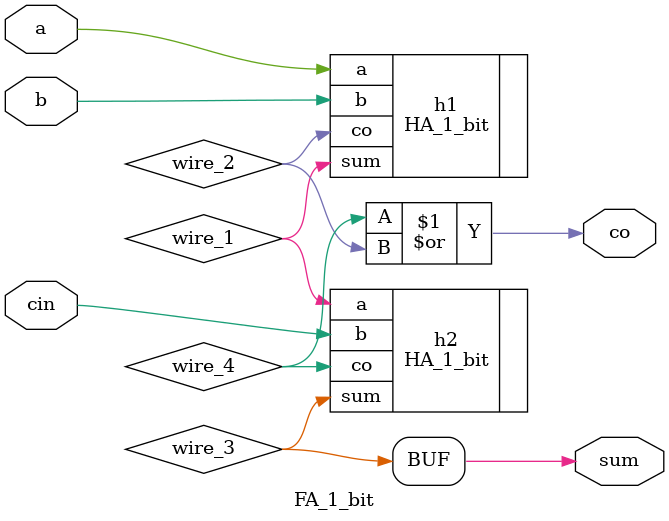
<source format=v>
module FA_1_bit(
    input a,
    input b,
    input cin,
    output sum,
    output co
);

wire wire_1, wire_2, wire_3, wire_4;

HA_1_bit h1(
        .a(a),
        .b(b),
        .sum(wire_1),
        .co(wire_2)
);

HA_1_bit h2(
        .a(wire_1),
        .b(cin),
        .sum(wire_3),
        .co(wire_4)
);


assign sum = wire_3;
assign co = wire_4 | wire_2;

endmodule
</source>
